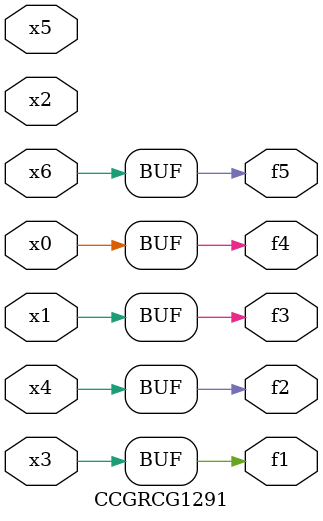
<source format=v>
module CCGRCG1291(
	input x0, x1, x2, x3, x4, x5, x6,
	output f1, f2, f3, f4, f5
);
	assign f1 = x3;
	assign f2 = x4;
	assign f3 = x1;
	assign f4 = x0;
	assign f5 = x6;
endmodule

</source>
